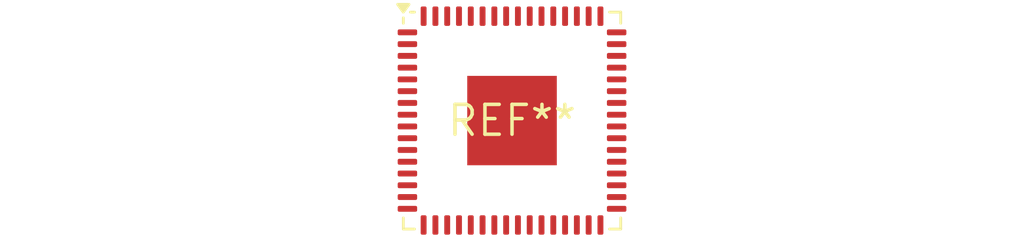
<source format=kicad_pcb>
(kicad_pcb (version 20240108) (generator pcbnew)
  (layers (0 "F.Cu" signal) (31 "B.Cu" signal) (34 "B.Paste" user) (35 "F.Paste" user) (36 "B.SilkS" user "B.Silkscreen") (37 "F.SilkS" user "F.Silkscreen") (38 "B.Mask" user) (39 "F.Mask" user) (44 "Edge.Cuts" user))
  (net 0 "")
  (footprint "QFN-64-1EP_9x9mm_P0.5mm_EP3.8x3.8mm" (layer "F.Cu") (at 0 0)
    (property "Reference" "REF**")
    (property "Value" "QFN-64-1EP_9x9mm_P0.5mm_EP3.8x3.8mm")
    (fp_line (start -4.61 -4.135) (end -4.61 -4.37) (layer "F.SilkS") (stroke (width 0.12)))
    (fp_line (start -4.61 4.61) (end -4.61 4.135) (layer "F.SilkS") (stroke (width 0.12)))
    (fp_line (start -4.135 -4.61) (end -4.31 -4.61) (layer "F.SilkS") (stroke (width 0.12)))
    (fp_line (start -4.135 4.61) (end -4.61 4.61) (layer "F.SilkS") (stroke (width 0.12)))
    (fp_line (start 4.135 -4.61) (end 4.61 -4.61) (layer "F.SilkS") (stroke (width 0.12)))
    (fp_line (start 4.135 4.61) (end 4.61 4.61) (layer "F.SilkS") (stroke (width 0.12)))
    (fp_line (start 4.61 -4.61) (end 4.61 -4.135) (layer "F.SilkS") (stroke (width 0.12)))
    (fp_line (start 4.61 4.61) (end 4.61 4.135) (layer "F.SilkS") (stroke (width 0.12)))
    (fp_poly (pts (xy -4.61 -4.61) (xy -4.85 -4.94) (xy -4.37 -4.94) (xy -4.61 -4.61)) (layer "F.SilkS") (stroke (width 0.12)) (fill solid))
    (pad "1" smd roundrect (at -4.4375 -3.75) (size 0.825 0.25) (layers "F.Cu" "F.Paste" "F.Mask"))
    (pad "2" smd roundrect (at -4.4375 -3.25) (size 0.825 0.25) (layers "F.Cu" "F.Paste" "F.Mask"))
    (pad "3" smd roundrect (at -4.4375 -2.75) (size 0.825 0.25) (layers "F.Cu" "F.Paste" "F.Mask"))
    (pad "4" smd roundrect (at -4.4375 -2.25) (size 0.825 0.25) (layers "F.Cu" "F.Paste" "F.Mask"))
    (pad "5" smd roundrect (at -4.4375 -1.75) (size 0.825 0.25) (layers "F.Cu" "F.Paste" "F.Mask"))
    (pad "6" smd roundrect (at -4.4375 -1.25) (size 0.825 0.25) (layers "F.Cu" "F.Paste" "F.Mask"))
    (pad "7" smd roundrect (at -4.4375 -0.75) (size 0.825 0.25) (layers "F.Cu" "F.Paste" "F.Mask"))
    (pad "8" smd roundrect (at -4.4375 -0.25) (size 0.825 0.25) (layers "F.Cu" "F.Paste" "F.Mask"))
    (pad "9" smd roundrect (at -4.4375 0.25) (size 0.825 0.25) (layers "F.Cu" "F.Paste" "F.Mask"))
    (pad "10" smd roundrect (at -4.4375 0.75) (size 0.825 0.25) (layers "F.Cu" "F.Paste" "F.Mask"))
    (pad "11" smd roundrect (at -4.4375 1.25) (size 0.825 0.25) (layers "F.Cu" "F.Paste" "F.Mask"))
    (pad "12" smd roundrect (at -4.4375 1.75) (size 0.825 0.25) (layers "F.Cu" "F.Paste" "F.Mask"))
    (pad "13" smd roundrect (at -4.4375 2.25) (size 0.825 0.25) (layers "F.Cu" "F.Paste" "F.Mask"))
    (pad "14" smd roundrect (at -4.4375 2.75) (size 0.825 0.25) (layers "F.Cu" "F.Paste" "F.Mask"))
    (pad "15" smd roundrect (at -4.4375 3.25) (size 0.825 0.25) (layers "F.Cu" "F.Paste" "F.Mask"))
    (pad "16" smd roundrect (at -4.4375 3.75) (size 0.825 0.25) (layers "F.Cu" "F.Paste" "F.Mask"))
    (pad "17" smd roundrect (at -3.75 4.4375) (size 0.25 0.825) (layers "F.Cu" "F.Paste" "F.Mask"))
    (pad "18" smd roundrect (at -3.25 4.4375) (size 0.25 0.825) (layers "F.Cu" "F.Paste" "F.Mask"))
    (pad "19" smd roundrect (at -2.75 4.4375) (size 0.25 0.825) (layers "F.Cu" "F.Paste" "F.Mask"))
    (pad "20" smd roundrect (at -2.25 4.4375) (size 0.25 0.825) (layers "F.Cu" "F.Paste" "F.Mask"))
    (pad "21" smd roundrect (at -1.75 4.4375) (size 0.25 0.825) (layers "F.Cu" "F.Paste" "F.Mask"))
    (pad "22" smd roundrect (at -1.25 4.4375) (size 0.25 0.825) (layers "F.Cu" "F.Paste" "F.Mask"))
    (pad "23" smd roundrect (at -0.75 4.4375) (size 0.25 0.825) (layers "F.Cu" "F.Paste" "F.Mask"))
    (pad "24" smd roundrect (at -0.25 4.4375) (size 0.25 0.825) (layers "F.Cu" "F.Paste" "F.Mask"))
    (pad "25" smd roundrect (at 0.25 4.4375) (size 0.25 0.825) (layers "F.Cu" "F.Paste" "F.Mask"))
    (pad "26" smd roundrect (at 0.75 4.4375) (size 0.25 0.825) (layers "F.Cu" "F.Paste" "F.Mask"))
    (pad "27" smd roundrect (at 1.25 4.4375) (size 0.25 0.825) (layers "F.Cu" "F.Paste" "F.Mask"))
    (pad "28" smd roundrect (at 1.75 4.4375) (size 0.25 0.825) (layers "F.Cu" "F.Paste" "F.Mask"))
    (pad "29" smd roundrect (at 2.25 4.4375) (size 0.25 0.825) (layers "F.Cu" "F.Paste" "F.Mask"))
    (pad "30" smd roundrect (at 2.75 4.4375) (size 0.25 0.825) (layers "F.Cu" "F.Paste" "F.Mask"))
    (pad "31" smd roundrect (at 3.25 4.4375) (size 0.25 0.825) (layers "F.Cu" "F.Paste" "F.Mask"))
    (pad "32" smd roundrect (at 3.75 4.4375) (size 0.25 0.825) (layers "F.Cu" "F.Paste" "F.Mask"))
    (pad "33" smd roundrect (at 4.4375 3.75) (size 0.825 0.25) (layers "F.Cu" "F.Paste" "F.Mask"))
    (pad "34" smd roundrect (at 4.4375 3.25) (size 0.825 0.25) (layers "F.Cu" "F.Paste" "F.Mask"))
    (pad "35" smd roundrect (at 4.4375 2.75) (size 0.825 0.25) (layers "F.Cu" "F.Paste" "F.Mask"))
    (pad "36" smd roundrect (at 4.4375 2.25) (size 0.825 0.25) (layers "F.Cu" "F.Paste" "F.Mask"))
    (pad "37" smd roundrect (at 4.4375 1.75) (size 0.825 0.25) (layers "F.Cu" "F.Paste" "F.Mask"))
    (pad "38" smd roundrect (at 4.4375 1.25) (size 0.825 0.25) (layers "F.Cu" "F.Paste" "F.Mask"))
    (pad "39" smd roundrect (at 4.4375 0.75) (size 0.825 0.25) (layers "F.Cu" "F.Paste" "F.Mask"))
    (pad "40" smd roundrect (at 4.4375 0.25) (size 0.825 0.25) (layers "F.Cu" "F.Paste" "F.Mask"))
    (pad "41" smd roundrect (at 4.4375 -0.25) (size 0.825 0.25) (layers "F.Cu" "F.Paste" "F.Mask"))
    (pad "42" smd roundrect (at 4.4375 -0.75) (size 0.825 0.25) (layers "F.Cu" "F.Paste" "F.Mask"))
    (pad "43" smd roundrect (at 4.4375 -1.25) (size 0.825 0.25) (layers "F.Cu" "F.Paste" "F.Mask"))
    (pad "44" smd roundrect (at 4.4375 -1.75) (size 0.825 0.25) (layers "F.Cu" "F.Paste" "F.Mask"))
    (pad "45" smd roundrect (at 4.4375 -2.25) (size 0.825 0.25) (layers "F.Cu" "F.Paste" "F.Mask"))
    (pad "46" smd roundrect (at 4.4375 -2.75) (size 0.825 0.25) (layers "F.Cu" "F.Paste" "F.Mask"))
    (pad "47" smd roundrect (at 4.4375 -3.25) (size 0.825 0.25) (layers "F.Cu" "F.Paste" "F.Mask"))
    (pad "48" smd roundrect (at 4.4375 -3.75) (size 0.825 0.25) (layers "F.Cu" "F.Paste" "F.Mask"))
    (pad "49" smd roundrect (at 3.75 -4.4375) (size 0.25 0.825) (layers "F.Cu" "F.Paste" "F.Mask"))
    (pad "50" smd roundrect (at 3.25 -4.4375) (size 0.25 0.825) (layers "F.Cu" "F.Paste" "F.Mask"))
    (pad "51" smd roundrect (at 2.75 -4.4375) (size 0.25 0.825) (layers "F.Cu" "F.Paste" "F.Mask"))
    (pad "52" smd roundrect (at 2.25 -4.4375) (size 0.25 0.825) (layers "F.Cu" "F.Paste" "F.Mask"))
    (pad "53" smd roundrect (at 1.75 -4.4375) (size 0.25 0.825) (layers "F.Cu" "F.Paste" "F.Mask"))
    (pad "54" smd roundrect (at 1.25 -4.4375) (size 0.25 0.825) (layers "F.Cu" "F.Paste" "F.Mask"))
    (pad "55" smd roundrect (at 0.75 -4.4375) (size 0.25 0.825) (layers "F.Cu" "F.Paste" "F.Mask"))
    (pad "56" smd roundrect (at 0.25 -4.4375) (size 0.25 0.825) (layers "F.Cu" "F.Paste" "F.Mask"))
    (pad "57" smd roundrect (at -0.25 -4.4375) (size 0.25 0.825) (layers "F.Cu" "F.Paste" "F.Mask"))
    (pad "58" smd roundrect (at -0.75 -4.4375) (size 0.25 0.825) (layers "F.Cu" "F.Paste" "F.Mask"))
    (pad "59" smd roundrect (at -1.25 -4.4375) (size 0.25 0.825) (layers "F.Cu" "F.Paste" "F.Mask"))
    (pad "60" smd roundrect (at -1.75 -4.4375) (size 0.25 0.825) (layers "F.Cu" "F.Paste" "F.Mask"))
    (pad "61" smd roundrect (at -2.25 -4.4375) (size 0.25 0.825) (layers "F.Cu" "F.Paste" "F.Mask"))
    (pad "62" smd roundrect (at -2.75 -4.4375) (size 0.25 0.825) (layers "F.Cu" "F.Paste" "F.Mask"))
    (pad "63" smd roundrect (at -3.25 -4.4375) (size 0.25 0.825) (layers "F.Cu" "F.Paste" "F.Mask"))
    (pad "64" smd roundrect (at -3.75 -4.4375) (size 0.25 0.825) (layers "F.Cu" "F.Paste" "F.Mask"))
    (pad "65" smd rect (at 0 0) (size 3.8 3.8) (property pad_prop_heatsink) (layers "F.Cu" "F.Mask"))
  )
)
</source>
